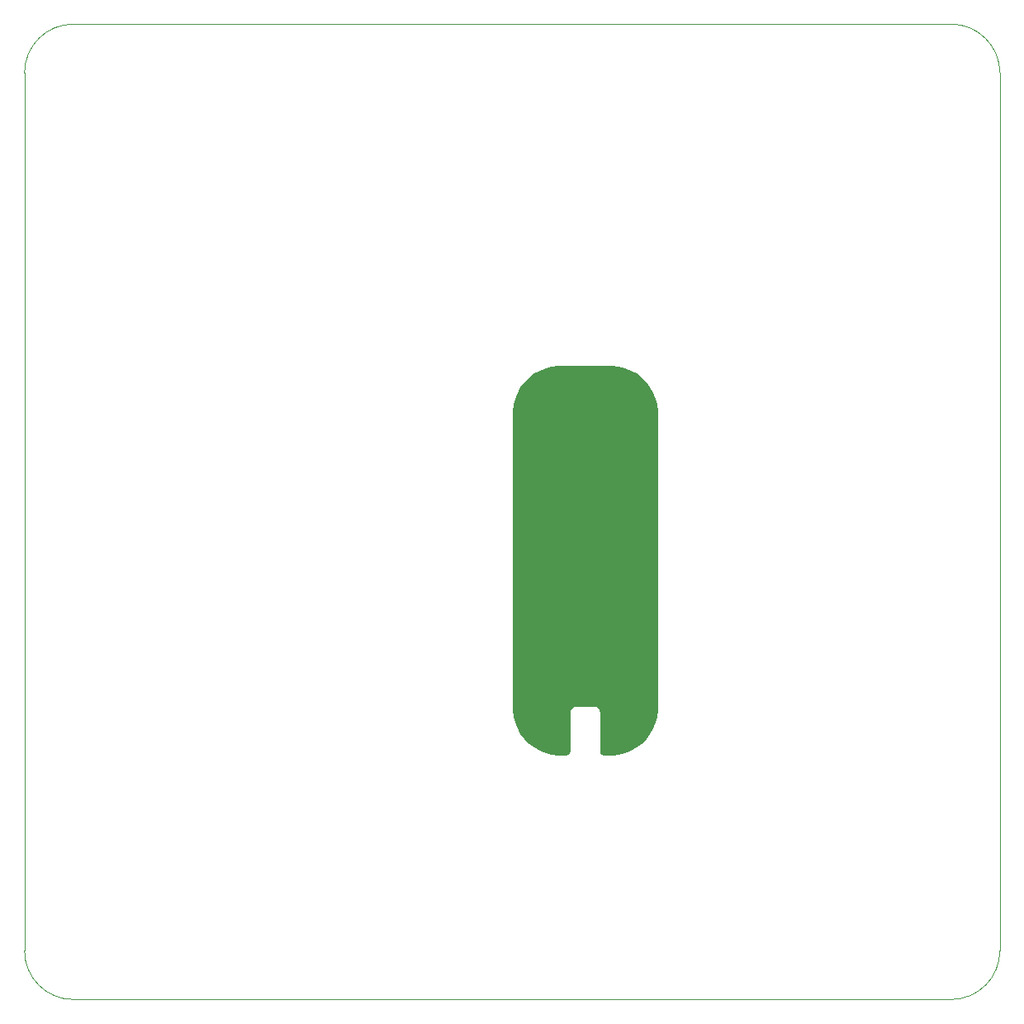
<source format=gbr>
%TF.GenerationSoftware,Altium Limited,Altium Designer,24.0.1 (36)*%
G04 Layer_Color=0*
%FSLAX25Y25*%
%MOIN*%
%TF.SameCoordinates,D5D63520-F272-4D0B-AB48-B6EDFC209223*%
%TF.FilePolarity,Positive*%
%TF.FileFunction,Profile,NP*%
%TF.Part,Single*%
G01*
G75*
%TA.AperFunction,Profile*%
%ADD127C,0.00100*%
G36*
X216693Y255906D02*
X215399Y255906D01*
X212832Y255568D01*
X210331Y254898D01*
X207940Y253907D01*
X205698Y252612D01*
X203644Y251037D01*
X201813Y249206D01*
X200237Y247152D01*
X198943Y244910D01*
X197952Y242518D01*
X197282Y240018D01*
X196944Y237451D01*
X196944Y236157D01*
Y236157D01*
Y118111D01*
X196944Y116816D01*
X197282Y114250D01*
X197952Y111749D01*
X198943Y109357D01*
X200237Y107115D01*
X201813Y105062D01*
X203644Y103231D01*
X205698Y101655D01*
X207940Y100361D01*
X210331Y99370D01*
X212832Y98700D01*
X215399Y98362D01*
X216693Y98362D01*
X216693D01*
X218412D01*
X218822D01*
X219579Y98676D01*
X220159Y99255D01*
X220472Y100012D01*
Y100422D01*
D01*
Y116142D01*
X220510Y116526D01*
X220804Y117236D01*
X221347Y117779D01*
X222057Y118073D01*
X222441Y118111D01*
X222442Y118111D01*
X230315Y118111D01*
X230699Y118073D01*
X231409Y117779D01*
X231952Y117236D01*
X232246Y116526D01*
X232284Y116142D01*
X232284Y116142D01*
Y100239D01*
X232284Y99866D01*
X232570Y99176D01*
X233098Y98648D01*
X233788Y98362D01*
X234161Y98362D01*
X234161D01*
X236063D01*
X237357D01*
X239924Y98700D01*
X242425Y99370D01*
X244816Y100361D01*
X247058Y101655D01*
X249112Y103231D01*
X250943Y105062D01*
X252519Y107115D01*
X253813Y109357D01*
X254804Y111749D01*
X255474Y114250D01*
X255812Y116816D01*
X255812Y118111D01*
X255812Y118111D01*
X255842Y236157D01*
X255841Y237452D01*
X255501Y240021D01*
X254828Y242523D01*
X253835Y244916D01*
X252538Y247158D01*
X250959Y249212D01*
X249126Y251043D01*
X247069Y252619D01*
X244825Y253912D01*
X242430Y254902D01*
X239927Y255570D01*
X237358Y255907D01*
X236063Y255906D01*
X236063Y255906D01*
X216693Y255906D01*
D02*
G37*
D127*
X-0Y19685D02*
Y374016D01*
D02*
G02*
X19685Y393701I19685J0D01*
G01*
X374016D01*
D02*
G02*
X393701Y374016I0J-19685D01*
G01*
Y19685D01*
D02*
G02*
X374016Y-0I-19685J0D01*
G01*
X19685D01*
D02*
G02*
X-0Y19685I0J19685D01*
G01*
%TF.MD5,e8e3b79a802d5851edcff348e7882f1e*%
M02*

</source>
